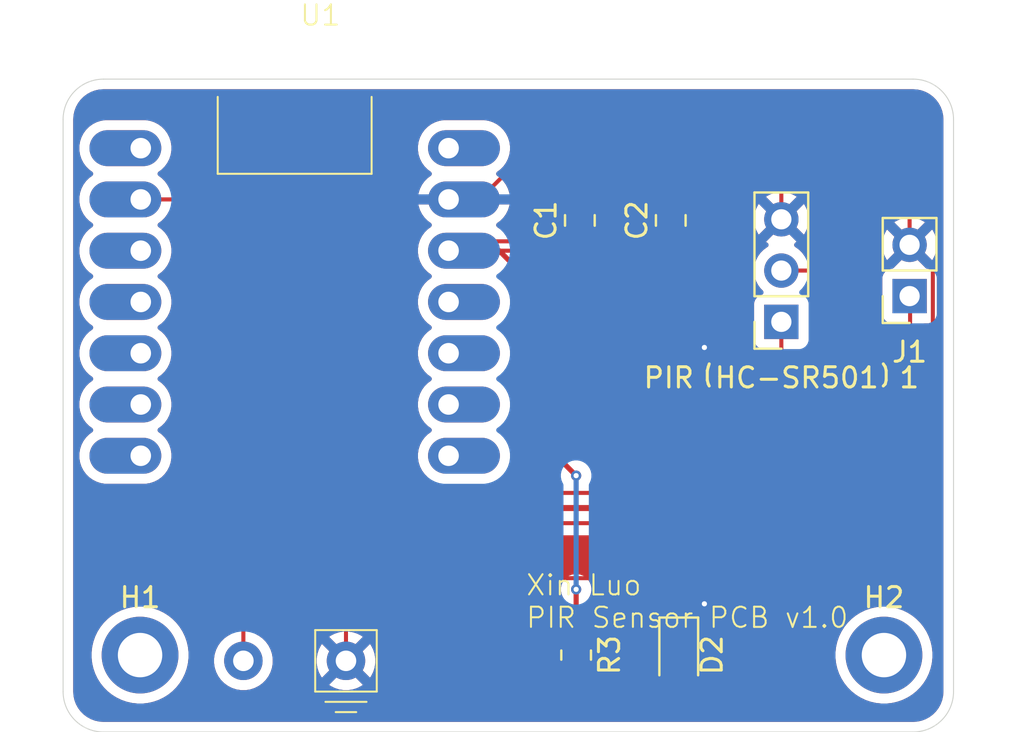
<source format=kicad_pcb>
(kicad_pcb (version 20241229) (generator "pcbnew") (generator_version "9.0")
  (layers (0 "F.Cu" signal) (2 "B.Cu" signal) (13 "F.Paste" user) (15 "B.Paste" user) (5 "F.SilkS" user "F.Silkscreen") (7 "B.SilkS" user "B.Silkscreen") (1 "F.Mask" user) (3 "B.Mask" user) (25 "Edge.Cuts" user))
  (net 0 "")
  (net 1 "GND")
  (net 2 "Net-(D2-A)")
  (net 3 "Net-(J1-+BATT)")
  (net 16 "/3V3")
  (net 17 "/D1")
  (footprint "Capacitor_SMD:C_0805_2012Metric_Pad1.18x1.45mm_HandSolder" (layer "F.Cu") (at 123.375 53.395 90)
    (property "Reference" "C1" (at 0 -1.68 90) (layer "F.SilkS"))
    (property "Value" "0.1uF")
    (fp_line (start -0.261252 -0.735) (end 0.261252 -0.735) (stroke (width 0.12)) (layer "F.SilkS"))
    (fp_line (start -0.261252 0.735) (end 0.261252 0.735) (stroke (width 0.12)) (layer "F.SilkS"))
    (pad "1" smd roundrect (at -1.0375 0 90) (size 1.175 1.45) (layers "F.Cu" "F.Mask" "F.Paste") (roundrect_rratio 0.212766) (net 16 "/3V3"))
    (pad "2" smd roundrect (at 1.0375 0 90) (size 1.175 1.45) (layers "F.Cu" "F.Mask" "F.Paste") (roundrect_rratio 0.212766) (net 1 "GND"))
  )
  (footprint "MountingHole:MountingHole_2.2mm_M2_DIN965_Pad" (layer "F.Cu") (at 101.6 74.93)
    (property "Reference" "H1" (at 0 -2.85 0) (layer "F.SilkS"))
    (property "Value" "MountingHole_Pad")
    (pad "1" thru_hole circle (at 0 0) (size 3.8 3.8) (drill 2.2) (layers "*.Cu" "*.Mask"))
  )
  (footprint "MountingHole:MountingHole_2.2mm_M2_DIN965_Pad" (layer "F.Cu") (at 138.43 74.93)
    (property "Reference" "H2" (at 0 -2.85 0) (layer "F.SilkS"))
    (property "Value" "MountingHole_Pad")
    (pad "1" thru_hole circle (at 0 0) (size 3.8 3.8) (drill 2.2) (layers "*.Cu" "*.Mask"))
  )
  (footprint "Capacitor_SMD:C_0805_2012Metric_Pad1.18x1.45mm_HandSolder" (layer "F.Cu") (at 127.875 53.395 90)
    (property "Reference" "C2" (at 0 -1.68 90) (layer "F.SilkS"))
    (property "Value" "10uF")
    (fp_line (start -0.261252 -0.735) (end 0.261252 -0.735) (stroke (width 0.12)) (layer "F.SilkS"))
    (fp_line (start -0.261252 0.735) (end 0.261252 0.735) (stroke (width 0.12)) (layer "F.SilkS"))
    (pad "1" smd roundrect (at -1.0375 0 90) (size 1.175 1.45) (layers "F.Cu" "F.Mask" "F.Paste") (roundrect_rratio 0.212766) (net 16 "/3V3"))
    (pad "2" smd roundrect (at 1.0375 0 90) (size 1.175 1.45) (layers "F.Cu" "F.Mask" "F.Paste") (roundrect_rratio 0.212766) (net 1 "GND"))
  )
  (footprint "Connector_PinSocket_2.54mm:PinSocket_1x02_P2.54mm_Vertical" (layer "F.Cu") (at 139.7 57.145 180)
    (property "Reference" "J1" (at 0 -2.77 0) (layer "F.SilkS"))
    (property "Value" "Conn_01x02")
    (fp_line (start 1.33 1.27) (end 1.33 3.87) (stroke (width 0.12)) (layer "F.SilkS"))
    (fp_line (start 1.33 -1.33) (end 1.33 0) (stroke (width 0.12)) (layer "F.SilkS"))
    (fp_line (start 0 -1.33) (end 1.33 -1.33) (stroke (width 0.12)) (layer "F.SilkS"))
    (fp_line (start -1.33 3.87) (end 1.33 3.87) (stroke (width 0.12)) (layer "F.SilkS"))
    (fp_line (start -1.33 1.27) (end 1.33 1.27) (stroke (width 0.12)) (layer "F.SilkS"))
    (fp_line (start -1.33 1.27) (end -1.33 3.87) (stroke (width 0.12)) (layer "F.SilkS"))
    (pad "1" thru_hole rect (at 0 0 180) (size 1.7 1.7) (drill 1) (layers "*.Cu" "*.Mask") (net 3 "Net-(J1-+BATT)"))
    (pad "2" thru_hole circle (at 0 2.54 180) (size 1.7 1.7) (drill 1) (layers "*.Cu" "*.Mask") (net 1 "GND"))
  )
  (footprint "Connector_PinSocket_2.54mm:PinSocket_1x03_P2.54mm_Vertical" (layer "F.Cu") (at 133.35 58.42 180)
    (property "Reference" "PIR（HC-SR501）1" (at 0 -2.77 0) (layer "F.SilkS"))
    (property "Value" "Conn_01x03_Pin")
    (fp_line (start 1.33 1.27) (end 1.33 6.41) (stroke (width 0.12)) (layer "F.SilkS"))
    (fp_line (start 1.33 -1.33) (end 1.33 0) (stroke (width 0.12)) (layer "F.SilkS"))
    (fp_line (start 0 -1.33) (end 1.33 -1.33) (stroke (width 0.12)) (layer "F.SilkS"))
    (fp_line (start -1.33 6.41) (end 1.33 6.41) (stroke (width 0.12)) (layer "F.SilkS"))
    (fp_line (start -1.33 1.27) (end 1.33 1.27) (stroke (width 0.12)) (layer "F.SilkS"))
    (fp_line (start -1.33 1.27) (end -1.33 6.41) (stroke (width 0.12)) (layer "F.SilkS"))
    (pad "1" thru_hole rect (at 0 0 180) (size 1.7 1.7) (drill 1) (layers "*.Cu" "*.Mask") (net 16 "/3V3"))
    (pad "2" thru_hole circle (at 0 2.54 180) (size 1.7 1.7) (drill 1) (layers "*.Cu" "*.Mask") (net 17 "/D1"))
    (pad "3" thru_hole circle (at 0 5.08 180) (size 1.7 1.7) (drill 1) (layers "*.Cu" "*.Mask") (net 1 "GND"))
  )
  (footprint "LED_SMD:LED_0805_2012Metric_Pad1.15x1.40mm_HandSolder" (layer "F.Cu") (at 128.27 74.93 -90)
    (property "Reference" "D2" (at 0 -1.65 90) (layer "F.SilkS"))
    (property "Value" "LED")
    (fp_line (start -1.86 0.96) (end 1 0.96) (stroke (width 0.12)) (layer "F.SilkS"))
    (fp_line (start -1.86 -0.96) (end -1.86 0.96) (stroke (width 0.12)) (layer "F.SilkS"))
    (fp_line (start 1 -0.96) (end -1.86 -0.96) (stroke (width 0.12)) (layer "F.SilkS"))
    (pad "1" smd roundrect (at -1.025 0 270) (size 1.15 1.4) (layers "F.Cu" "F.Mask" "F.Paste") (roundrect_rratio 0.217391) (net 1 "GND"))
    (pad "2" smd roundrect (at 1.025 0 270) (size 1.15 1.4) (layers "F.Cu" "F.Mask" "F.Paste") (roundrect_rratio 0.217391) (net 2 "Net-(D2-A)"))
  )
  (footprint "Resistor_SMD:R_0805_2012Metric_Pad1.20x1.40mm_HandSolder" (layer "F.Cu") (at 123.19 74.93 -90)
    (property "Reference" "R3" (at 0 -1.65 90) (layer "F.SilkS"))
    (property "Value" "500Ω")
    (fp_line (start -0.227064 0.735) (end 0.227064 0.735) (stroke (width 0.12)) (layer "F.SilkS"))
    (fp_line (start -0.227064 -0.735) (end 0.227064 -0.735) (stroke (width 0.12)) (layer "F.SilkS"))
    (pad "1" smd roundrect (at -1 0 270) (size 1.2 1.4) (layers "F.Cu" "F.Mask" "F.Paste") (roundrect_rratio 0.208333) (net 16 "/3V3"))
    (pad "2" smd roundrect (at 1 0 270) (size 1.2 1.4) (layers "F.Cu" "F.Mask" "F.Paste") (roundrect_rratio 0.208333) (net 2 "Net-(D2-A)"))
  )
  (footprint "GIX_ESP32:XIAO_ESP32" (layer "F.Cu") (at 109.255 57.435)
    (property "Reference" "U1" (at 1.27 -14.2 0) (layer "F.SilkS") (effects (font (thickness 0.1))))
    (property "Value" "~")
    (fp_line (start -3.81 -10.16) (end -3.81 -6.35) (stroke (width 0.1)) (layer "F.SilkS"))
    (fp_line (start -3.81 -6.35) (end 3.81 -6.35) (stroke (width 0.1)) (layer "F.SilkS"))
    (fp_line (start 1.016 16.256) (end 4.064 16.256) (stroke (width 0.1)) (layer "F.SilkS"))
    (fp_line (start 1.016 19.304) (end 1.016 16.256) (stroke (width 0.1)) (layer "F.SilkS"))
    (fp_line (start 1.524 19.812) (end 3.556 19.812) (stroke (width 0.1)) (layer "F.SilkS"))
    (fp_line (start 2.032 20.32) (end 3.048 20.32) (stroke (width 0.1)) (layer "F.SilkS"))
    (fp_line (start 3.81 -6.35) (end 3.81 -10.16) (stroke (width 0.1)) (layer "F.SilkS"))
    (fp_line (start 4.064 16.256) (end 4.064 19.304) (stroke (width 0.1)) (layer "F.SilkS"))
    (fp_line (start 4.064 19.304) (end 1.016 19.304) (stroke (width 0.1)) (layer "F.SilkS"))
    (pad "1" thru_hole oval (at -7.62 -7.62) (size 3.556 1.778) (drill 1.016 (offset -0.762 0)) (layers "*.Cu" "*.Mask"))
    (pad "2" thru_hole oval (at -7.62 -5.08) (size 3.556 1.778) (drill 1.016 (offset -0.762 0)) (layers "*.Cu" "*.Mask") (net 17 "/D1"))
    (pad "3" thru_hole oval (at -7.62 -2.54) (size 3.556 1.778) (drill 1.016 (offset -0.762 0)) (layers "*.Cu" "*.Mask"))
    (pad "4" thru_hole oval (at -7.62 0) (size 3.556 1.778) (drill 1.016 (offset -0.762 0)) (layers "*.Cu" "*.Mask"))
    (pad "5" thru_hole oval (at -7.62 2.54) (size 3.556 1.778) (drill 1.016 (offset -0.762 0)) (layers "*.Cu" "*.Mask"))
    (pad "6" thru_hole oval (at -7.62 5.08) (size 3.556 1.778) (drill 1.016 (offset -0.762 0)) (layers "*.Cu" "*.Mask"))
    (pad "7" thru_hole oval (at -7.62 7.62) (size 3.556 1.778) (drill 1.016 (offset -0.762 0)) (layers "*.Cu" "*.Mask"))
    (pad "8" thru_hole oval (at 7.62 7.62) (size 3.556 1.778) (drill 1.016 (offset 0.762 0)) (layers "*.Cu" "*.Mask"))
    (pad "9" thru_hole oval (at 7.62 5.08) (size 3.556 1.778) (drill 1.016 (offset 0.762 0)) (layers "*.Cu" "*.Mask"))
    (pad "10" thru_hole oval (at 7.62 2.54) (size 3.556 1.778) (drill 1.016 (offset 0.762 0)) (layers "*.Cu" "*.Mask"))
    (pad "11" thru_hole oval (at 7.62 0) (size 3.556 1.778) (drill 1.016 (offset 0.762 0)) (layers "*.Cu" "*.Mask"))
    (pad "12" thru_hole oval (at 7.62 -2.54) (size 3.556 1.778) (drill 1.016 (offset 0.762 0)) (layers "*.Cu" "*.Mask") (net 16 "/3V3"))
    (pad "13" thru_hole oval (at 7.62 -5.08) (size 3.556 1.778) (drill 1.016 (offset 0.762 0)) (layers "*.Cu" "*.Mask") (net 1 "GND"))
    (pad "14" thru_hole oval (at 7.62 -7.62) (size 3.556 1.778) (drill 1.016 (offset 0.762 0)) (layers "*.Cu" "*.Mask"))
    (pad "15" thru_hole circle (at -2.54 17.78) (size 1.905 1.905) (drill 1.016) (layers "*.Cu" "*.Mask") (net 3 "Net-(J1-+BATT)"))
    (pad "16" thru_hole circle (at 2.54 17.78) (size 1.905 1.905) (drill 1.016) (layers "*.Cu" "*.Mask") (net 1 "GND"))
  )
  (gr_line (start 141.875 76.74) (end 141.875 48.395) (stroke (width 0.05)) (layer "Edge.Cuts"))
  (gr_line (start 97.79 48.395) (end 97.79 76.74) (stroke (width 0.05)) (layer "Edge.Cuts"))
  (gr_line (start 139.875 46.395) (end 99.79 46.395) (stroke (width 0.05)) (layer "Edge.Cuts"))
  (gr_line (start 99.79 78.74) (end 139.875 78.74) (stroke (width 0.05)) (layer "Edge.Cuts"))
  (gr_arc (start 139.875 46.395) (mid 141.289214 46.980786) (end 141.875 48.395) (stroke (width 0.05)) (layer "Edge.Cuts"))
  (gr_arc (start 97.79 48.395) (mid 98.375786 46.980786) (end 99.79 46.395) (stroke (width 0.05)) (layer "Edge.Cuts"))
  (gr_arc (start 141.875 76.74) (mid 141.289214 78.154214) (end 139.875 78.74) (stroke (width 0.05)) (layer "Edge.Cuts"))
  (gr_arc (start 99.79 78.74) (mid 98.375786 78.154214) (end 97.79 76.74) (stroke (width 0.05)) (layer "Edge.Cuts"))
  (gr_text "Xin Luo\nPIR Sensor PCB v1.0" (at 120.65 73.66 0) (layer "F.SilkS") (effects (font (size 1 1) (thickness 0.1)) (justify left bottom)))
  (segment (start 129.54 72.635) (end 128.27 73.905) (width 0.2) (layer "F.Cu") (net 1))
  (segment (start 140.851 69.969) (end 139.7 71.12) (width 0.2) (layer "F.Cu") (net 1))
  (segment (start 119.875 50.895) (end 118.415 52.355) (width 0.2) (layer "F.Cu") (net 1))
  (segment (start 129.54 72.39) (end 129.54 72.635) (width 0.2) (layer "F.Cu") (net 1))
  (segment (start 139.375 49.895) (end 120.875 49.895) (width 0.2) (layer "F.Cu") (net 1))
  (segment (start 128.875 50.895) (end 129.54 51.56) (width 0.2) (layer "F.Cu") (net 1))
  (segment (start 127.875 52.3575) (end 123.375 52.3575) (width 0.2) (layer "F.Cu") (net 1))
  (segment (start 139.7 54.605) (end 140.851 55.756) (width 0.2) (layer "F.Cu") (net 1))
  (segment (start 140.851 55.756) (end 140.851 69.969) (width 0.2) (layer "F.Cu") (net 1))
  (segment (start 120.875 49.895) (end 120.375 50.395) (width 0.2) (layer "F.Cu") (net 1))
  (segment (start 139.7 71.12) (end 113.03 71.12) (width 0.2) (layer "F.Cu") (net 1))
  (segment (start 118.415 52.355) (end 116.875 52.355) (width 0.2) (layer "F.Cu") (net 1))
  (segment (start 133.35 50.87) (end 132.875 50.395) (width 0.2) (layer "F.Cu") (net 1))
  (segment (start 120.375 50.395) (end 119.875 50.895) (width 0.2) (layer "F.Cu") (net 1))
  (segment (start 129.54 51.56) (end 129.54 59.69) (width 0.2) (layer "F.Cu") (net 1))
  (segment (start 139.7 54.605) (end 139.7 50.22) (width 0.2) (layer "F.Cu") (net 1))
  (segment (start 128.875 50.895) (end 119.875 50.895) (width 0.2) (layer "F.Cu") (net 1))
  (segment (start 132.875 50.395) (end 120.375 50.395) (width 0.2) (layer "F.Cu") (net 1))
  (segment (start 113.03 71.12) (end 111.795 72.355) (width 0.2) (layer "F.Cu") (net 1))
  (segment (start 133.35 53.34) (end 133.35 50.87) (width 0.2) (layer "F.Cu") (net 1))
  (segment (start 111.795 72.355) (end 111.795 75.215) (width 0.2) (layer "F.Cu") (net 1))
  (segment (start 139.7 50.22) (end 139.375 49.895) (width 0.2) (layer "F.Cu") (net 1))
  (segment (start 123.375 52.3575) (end 116.8775 52.3575) (width 0.2) (layer "F.Cu") (net 1))
  (segment (start 116.8775 52.3575) (end 116.875 52.355) (width 0.2) (layer "F.Cu") (net 1))
  (via (at 129.54 72.39) (size 0.508) (drill 0.254) (layers "F.Cu" "B.Cu") (net 1))
  (via (at 129.54 59.69) (size 0.508) (drill 0.254) (layers "F.Cu" "B.Cu") (net 1))
  (segment (start 129.54 59.69) (end 129.54 72.39) (width 0.2) (layer "B.Cu") (net 1))
  (segment (start 128.27 75.955) (end 127.245 75.955) (width 0.254) (layer "F.Cu") (net 2))
  (segment (start 127.245 75.955) (end 127.22 75.93) (width 0.254) (layer "F.Cu") (net 2))
  (segment (start 127.22 75.93) (end 123.19 75.93) (width 0.254) (layer "F.Cu") (net 2))
  (segment (start 139.7 57.145) (end 139.725 57.17) (width 0.2) (layer "F.Cu") (net 3))
  (segment (start 108.135 68.395) (end 106.715 69.815) (width 0.2) (layer "F.Cu") (net 3))
  (segment (start 139.725 57.17) (end 139.725 67.045) (width 0.2) (layer "F.Cu") (net 3))
  (segment (start 139.725 67.045) (end 138.375 68.395) (width 0.2) (layer "F.Cu") (net 3))
  (segment (start 106.715 69.815) (end 106.715 75.215) (width 0.2) (layer "F.Cu") (net 3))
  (segment (start 138.375 68.395) (end 108.135 68.395) (width 0.2) (layer "F.Cu") (net 3))
  (segment (start 120.65 56.165) (end 119.38 54.895) (width 0.254) (layer "F.Cu") (net 16))
  (segment (start 127.875 54.4325) (end 123.375 54.4325) (width 0.2) (layer "F.Cu") (net 16))
  (segment (start 117.3375 54.4325) (end 116.875 54.895) (width 0.2) (layer "F.Cu") (net 16))
  (segment (start 123.375 54.4325) (end 117.3375 54.4325) (width 0.2) (layer "F.Cu") (net 16))
  (segment (start 133.35 60.42) (end 132.375 61.395) (width 0.2) (layer "F.Cu") (net 16))
  (segment (start 132.375 61.395) (end 122.375 61.395) (width 0.2) (layer "F.Cu") (net 16))
  (segment (start 122.375 61.395) (end 121.875 60.895) (width 0.2) (layer "F.Cu") (net 16))
  (segment (start 121.875 56.395) (end 120.375 54.895) (width 0.2) (layer "F.Cu") (net 16))
  (segment (start 121.875 60.895) (end 121.875 56.395) (width 0.2) (layer "F.Cu") (net 16))
  (segment (start 119.38 54.895) (end 116.875 54.895) (width 0.2) (layer "F.Cu") (net 16))
  (segment (start 123.19 73.93) (end 123.19 71.674) (width 0.254) (layer "F.Cu") (net 16))
  (segment (start 120.65 63.5) (end 120.65 56.165) (width 0.254) (layer "F.Cu") (net 16))
  (segment (start 133.35 58.42) (end 133.35 60.42) (width 0.2) (layer "F.Cu") (net 16))
  (segment (start 120.375 54.895) (end 119.38 54.895) (width 0.2) (layer "F.Cu") (net 16))
  (segment (start 123.19 66.04) (end 120.65 63.5) (width 0.254) (layer "F.Cu") (net 16))
  (via (at 123.19 71.674) (size 0.508) (drill 0.254) (layers "F.Cu" "B.Cu") (net 16))
  (via (at 123.19 66.04) (size 0.508) (drill 0.254) (layers "F.Cu" "B.Cu") (net 16))
  (segment (start 123.19 71.674) (end 123.19 66.04) (width 0.254) (layer "B.Cu") (net 16))
  (segment (start 108.875 65.395) (end 108.875 53.895) (width 0.2) (layer "F.Cu") (net 17))
  (segment (start 135.36 55.88) (end 135.875 56.395) (width 0.2) (layer "F.Cu") (net 17))
  (segment (start 134.875 66.895) (end 110.375 66.895) (width 0.2) (layer "F.Cu") (net 17))
  (segment (start 135.875 65.895) (end 134.875 66.895) (width 0.2) (layer "F.Cu") (net 17))
  (segment (start 107.335 52.355) (end 101.635 52.355) (width 0.2) (layer "F.Cu") (net 17))
  (segment (start 110.375 66.895) (end 108.875 65.395) (width 0.2) (layer "F.Cu") (net 17))
  (segment (start 135.875 56.395) (end 135.875 65.895) (width 0.2) (layer "F.Cu") (net 17))
  (segment (start 108.875 53.895) (end 107.335 52.355) (width 0.2) (layer "F.Cu") (net 17))
  (segment (start 133.35 55.88) (end 135.36 55.88) (width 0.2) (layer "F.Cu") (net 17))
  (zone (net 1) (net_name "GND") (layers "F.Cu" "B.Cu") (priority 2) (connect_pads (clearance 0.5)) (min_thickness 0.25) (fill yes (thermal_gap 0.5) (thermal_bridge_width 0.5))
    (polygon (pts (xy 97.79 45.72) (xy 142.24 45.72) (xy 142.24 78.74) (xy 97.79 78.74)))
  )
)
</source>
